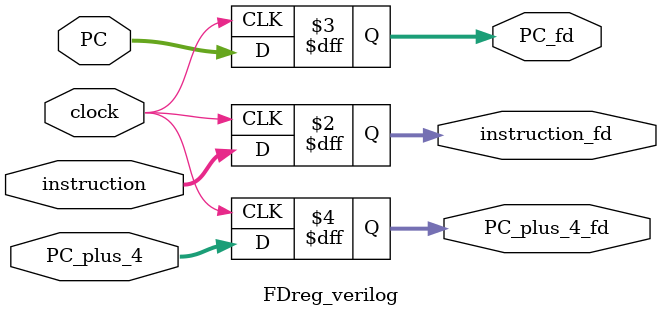
<source format=v>
module FDreg_verilog (
	input wire clock,
	input wire [31:0] instruction, 
	input wire [9:0] PC,
	input wire [9:0] PC_plus_4,
	output reg [31:0] instruction_fd,
	output reg [9:0] PC_fd,
	output reg [9:0] PC_plus_4_fd );
		
	always @ (posedge(clock))
	begin
	#50
	instruction_fd = instruction;
	PC_fd = PC;
	PC_plus_4_fd = PC_plus_4;
	end
endmodule

</source>
